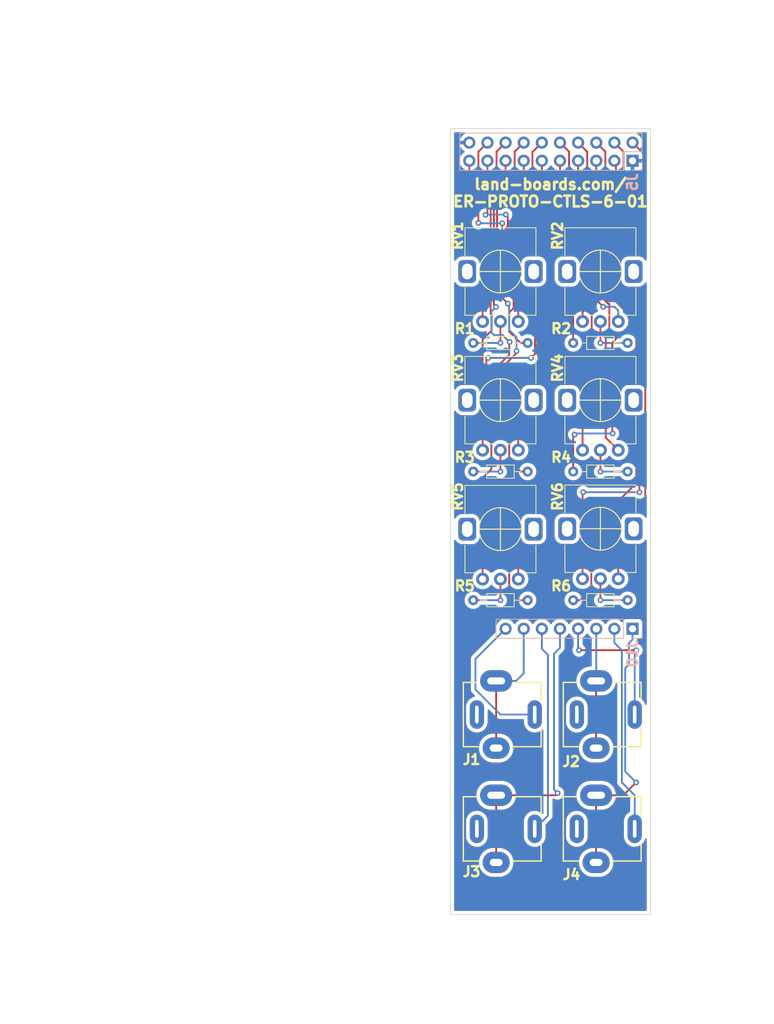
<source format=kicad_pcb>
(kicad_pcb (version 20211014) (generator pcbnew)
  (title_block (title "SYNTH-MIXER6-01") (date "2022-09-30") (rev "1") (company "LAND BOARDS, LLC"))
  (layers (0 "F.Cu" signal) (31 "B.Cu" signal) (34 "B.Paste" user) (35 "F.Paste" user) (36 "B.SilkS" user "B.Silkscreen") (37 "F.SilkS" user "F.Silkscreen") (38 "B.Mask" user) (39 "F.Mask" user) (44 "Edge.Cuts" user))
  (net 0 "")
  (net 1 "/POTCCW_1")
  (net 2 "/POTCW_1")
  (net 3 "/POTCCW_2")
  (net 4 "/POTCW_2")
  (net 5 "/POTW_2")
  (net 6 "/POTW_1")
  (net 7 "/POTCCW_3")
  (net 8 "/POTCW_3")
  (net 9 "/POTCCW_4")
  (net 10 "/POTCW_4")
  (net 11 "/POTCCW_5")
  (net 12 "/POTCW_5")
  (net 13 "/POTW_3")
  (net 14 "/POTW_4")
  (net 15 "/POTW_5")
  (net 16 "Net-(R1-Pad1)")
  (net 17 "Net-(R2-Pad1)")
  (net 18 "Net-(R3-Pad1)")
  (net 19 "Net-(R4-Pad1)")
  (net 20 "Net-(R5-Pad1)")
  (net 25 "/POTCW_6")
  (net 26 "/POTW_6")
  (net 27 "/POTCCW_6")
  (net 28 "Net-(R6-Pad1)")
  (net 29 "/VI0_1S")
  (net 30 "/VI0_1")
  (net 31 "/VI0_2S")
  (net 32 "/VIO_2")
  (net 33 "/VIO_3S")
  (net 34 "/VIO_3")
  (net 35 "/VIO_4S")
  (net 36 "/VIO_4")
  (net 37 "GND")
  (footprint "LandBoards_Conns:RV09ACF" (layer "F.Cu") (at 119.5 47 90)
    (fp_text reference "RV4" (at 4.5 -6 90) (layer "F.SilkS") (effects (font (size 1.397 1.397) (thickness 0.4572))))
    (fp_text value "10K")
    (fp_line (start -6.12 3.37) (end -6.12 4.97) (layer "F.SilkS") (width 0.12))
    (fp_line (start -6.12 -4.97) (end -2.255 -4.97) (layer "F.SilkS") (width 0.12))
    (fp_line (start -6.12 0.871) (end -6.12 1.63) (layer "F.SilkS") (width 0.12))
    (fp_line (start 0 -3) (end 0 3) (layer "F.SilkS") (width 0.15))
    (fp_line (start -6.12 -1.629) (end -6.12 -0.87) (layer "F.SilkS") (width 0.12))
    (fp_line (start 6.12 -4.97) (end 6.12 4.97) (layer "F.SilkS") (width 0.12))
    (fp_line (start -6.12 4.97) (end -2.255 4.97) (layer "F.SilkS") (width 0.12))
    (fp_line (start 2.255 4.97) (end 6.12 4.97) (layer "F.SilkS") (width 0.12))
    (fp_line (start 2.255 -4.97) (end 6.12 -4.97) (layer "F.SilkS") (width 0.12))
    (fp_line (start -6.12 -4.97) (end -6.12 -3.371) (layer "F.SilkS") (width 0.12))
    (fp_line (start -3 0) (end 3 0) (layer "F.SilkS") (width 0.15))
    (fp_circle (center 0 0) (end 3 0) (layer "F.SilkS") (width 0.15) (fill none))
    (pad "" np_thru_hole roundrect (at 0 -4.65 90) (size 3.2 2.5) (drill oval 2.2 1.5) (layers F&B.Cu *.Mask))
    (pad "" np_thru_hole roundrect (at 0 4.65 90) (size 3.2 2.5) (drill oval 2.2 1.5) (layers F&B.Cu *.Mask) (roundrect_rratio 0.2314816))
    (pad "1" thru_hole circle (at -7 2.5 90) (size 1.8 1.8) (drill 1) (layers *.Cu *.Mask) (net 4 "/POTCW_2"))
    (pad "2" thru_hole circle (at -7 0 90) (size 1.8 1.8) (drill 1) (layers *.Cu *.Mask) (net 19 "Net-(R4-Pad1)"))
    (pad "3" thru_hole circle (at -7 -2.5 90) (size 1.8 1.8) (drill 1) (layers *.Cu *.Mask) (net 3 "/POTCCW_2"))
  )
  (footprint "Resistor_THT:R_Axial_DIN0204_L3.6mm_D1.6mm_P7.62mm_Horizontal" (layer "F.Cu") (at 123.31 57 180)
    (fp_text reference "R4" (at 9.31 2) (layer "F.SilkS") (effects (font (size 1.397 1.397) (thickness 0.4572))))
    (fp_text value "100K")
    (fp_line (start 5.73 -0.92) (end 1.89 -0.92) (layer "F.SilkS") (width 0.12))
    (fp_line (start 1.89 0.92) (end 5.73 0.92) (layer "F.SilkS") (width 0.12))
    (fp_line (start 5.73 0.92) (end 5.73 -0.92) (layer "F.SilkS") (width 0.12))
    (fp_line (start 1.89 -0.92) (end 1.89 0.92) (layer "F.SilkS") (width 0.12))
    (fp_line (start 0.94 0) (end 1.89 0) (layer "F.SilkS") (width 0.12))
    (fp_line (start 6.68 0) (end 5.73 0) (layer "F.SilkS") (width 0.12))
    (pad "1" thru_hole circle (at 0 0 180) (size 1.4 1.4) (drill 0.7) (layers *.Cu *.Mask) (net 19 "Net-(R4-Pad1)"))
    (pad "2" thru_hole oval (at 7.62 0 180) (size 1.4 1.4) (drill 0.7) (layers *.Cu *.Mask) (net 5 "/POTW_2"))
  )
  (footprint "LandBoards_Conns:RV09ACF" (layer "F.Cu") (at 119.5 29 90)
    (fp_text reference "RV2" (at 5 -6 90) (layer "F.SilkS") (effects (font (size 1.397 1.397) (thickness 0.4572))))
    (fp_text value "10K")
    (fp_line (start 6.12 -4.97) (end 6.12 4.97) (layer "F.SilkS") (width 0.12))
    (fp_line (start -6.12 3.37) (end -6.12 4.97) (layer "F.SilkS") (width 0.12))
    (fp_line (start 2.255 -4.97) (end 6.12 -4.97) (layer "F.SilkS") (width 0.12))
    (fp_line (start -6.12 -4.97) (end -2.255 -4.97) (layer "F.SilkS") (width 0.12))
    (fp_line (start 0 -3) (end 0 3) (layer "F.SilkS") (width 0.15))
    (fp_line (start -3 0) (end 3 0) (layer "F.SilkS") (width 0.15))
    (fp_line (start -6.12 0.871) (end -6.12 1.63) (layer "F.SilkS") (width 0.12))
    (fp_line (start 2.255 4.97) (end 6.12 4.97) (layer "F.SilkS") (width 0.12))
    (fp_line (start -6.12 -1.629) (end -6.12 -0.87) (layer "F.SilkS") (width 0.12))
    (fp_line (start -6.12 -4.97) (end -6.12 -3.371) (layer "F.SilkS") (width 0.12))
    (fp_line (start -6.12 4.97) (end -2.255 4.97) (layer "F.SilkS") (width 0.12))
    (fp_circle (center 0 0) (end 3 0) (layer "F.SilkS") (width 0.15) (fill none))
    (pad "" np_thru_hole roundrect (at 0 -4.65 90) (size 3.2 2.5) (drill oval 2.2 1.5) (layers F&B.Cu *.Mask))
    (pad "" np_thru_hole roundrect (at 0 4.65 90) (size 3.2 2.5) (drill oval 2.2 1.5) (layers F&B.Cu *.Mask) (roundrect_rratio 0.2314816))
    (pad "1" thru_hole circle (at -7 2.5 90) (size 1.8 1.8) (drill 1) (layers *.Cu *.Mask) (net 8 "/POTCW_3"))
    (pad "2" thru_hole circle (at -7 0 90) (size 1.8 1.8) (drill 1) (layers *.Cu *.Mask) (net 17 "Net-(R2-Pad1)"))
    (pad "3" thru_hole circle (at -7 -2.5 90) (size 1.8 1.8) (drill 1) (layers *.Cu *.Mask) (net 7 "/POTCCW_3"))
  )
  (footprint "LandBoards_Conns:RV09ACF" (layer "F.Cu") (at 105.5 65.05 90)
    (fp_text reference "RV5" (at 4.55 -6 90) (layer "F.SilkS") (effects (font (size 1.397 1.397) (thickness 0.4572))))
    (fp_text value "10K")
    (fp_line (start -6.12 4.97) (end -2.255 4.97) (layer "F.SilkS") (width 0.12))
    (fp_line (start 6.12 -4.97) (end 6.12 4.97) (layer "F.SilkS") (width 0.12))
    (fp_line (start -6.12 -4.97) (end -6.12 -3.371) (layer "F.SilkS") (width 0.12))
    (fp_line (start -6.12 -1.629) (end -6.12 -0.87) (layer "F.SilkS") (width 0.12))
    (fp_line (start -6.12 3.37) (end -6.12 4.97) (layer "F.SilkS") (width 0.12))
    (fp_line (start -6.12 0.871) (end -6.12 1.63) (layer "F.SilkS") (width 0.12))
    (fp_line (start 2.255 -4.97) (end 6.12 -4.97) (layer "F.SilkS") (width 0.12))
    (fp_line (start 2.255 4.97) (end 6.12 4.97) (layer "F.SilkS") (width 0.12))
    (fp_line (start -6.12 -4.97) (end -2.255 -4.97) (layer "F.SilkS") (width 0.12))
    (fp_line (start 0 -3) (end 0 3) (layer "F.SilkS") (width 0.15))
    (fp_line (start -3 0) (end 3 0) (layer "F.SilkS") (width 0.15))
    (fp_circle (center 0 0) (end 3 0) (layer "F.SilkS") (width 0.15) (fill none))
    (pad "" np_thru_hole roundrect (at 0 4.65 90) (size 3.2 2.5) (drill oval 2.2 1.5) (layers F&B.Cu *.Mask) (roundrect_rratio 0.2314816))
    (pad "" np_thru_hole roundrect (at 0 -4.65 90) (size 3.2 2.5) (drill oval 2.2 1.5) (layers F&B.Cu *.Mask))
    (pad "1" thru_hole circle (at -7 2.5 90) (size 1.8 1.8) (drill 1) (layers *.Cu *.Mask) (net 10 "/POTCW_4"))
    (pad "2" thru_hole circle (at -7 0 90) (size 1.8 1.8) (drill 1) (layers *.Cu *.Mask) (net 20 "Net-(R5-Pad1)"))
    (pad "3" thru_hole circle (at -7 -2.5 90) (size 1.8 1.8) (drill 1) (layers *.Cu *.Mask) (net 9 "/POTCCW_4"))
  )
  (footprint "AudioJacks:Jack_3.5mm_QingPu_WQP-PJ301BM_Vertical" (layer "F.Cu") (at 119.5 107 -90)
    (fp_text reference "J4" (at 6.4 4.05 180) (layer "F.SilkS") (effects (font (size 1.397 1.397) (thickness 0.4572))))
    (fp_text value "PJ-301BM")
    (fp_line (start 4.5 -5.7) (end 2 -5.7) (layer "F.SilkS") (width 0.2))
    (fp_line (start -4.5 5.2) (end -4.5 3.3) (layer "F.SilkS") (width 0.2))
    (fp_line (start -4.5 -5.7) (end -2 -5.7) (layer "F.SilkS") (width 0.2))
    (fp_line (start 4.5 -5.7) (end 4.5 -1.7) (layer "F.SilkS") (width 0.2))
    (fp_line (start -4.5 -5.7) (end -4.5 -2.1) (layer "F.SilkS") (width 0.2))
    (fp_line (start 4.5 5.2) (end 4.5 2.9) (layer "F.SilkS") (width 0.2))
    (fp_line (start -4.5 5.2) (end 4.5 5.2) (layer "F.SilkS") (width 0.2))
    (pad "S" thru_hole oval locked (at -4.7 0.6) (size 4.5 3) (drill oval 2.5 1) (layers *.Cu *.Mask) (net 35 "/VIO_4S"))
    (pad "S" thru_hole oval locked (at 4.7 0.6) (size 3.8 3) (drill oval 1.8 1) (layers *.Cu *.Mask) (net 35 "/VIO_4S"))
    (pad "T" thru_hole oval locked (at 0 -4.8 270) (size 4 2) (drill oval 2.5 0.5) (layers *.Cu *.Mask) (net 36 "/VIO_4"))
    (pad "TN" thru_hole oval locked (at 0 3.3 270) (size 4 2) (drill oval 2.5 0.5) (layers *.Cu *.Mask))
  )
  (footprint "LandBoards_Conns:RV09ACF" (layer "F.Cu") (at 119.5 65 90)
    (fp_text reference "RV6" (at 4.5 -6 90) (layer "F.SilkS") (effects (font (size 1.397 1.397) (thickness 0.4572))))
    (fp_text value "10K")
    (fp_line (start 6.12 -4.97) (end 6.12 4.97) (layer "F.SilkS") (width 0.12))
    (fp_line (start 0 -3) (end 0 3) (layer "F.SilkS") (width 0.15))
    (fp_line (start 2.255 4.97) (end 6.12 4.97) (layer "F.SilkS") (width 0.12))
    (fp_line (start -6.12 0.871) (end -6.12 1.63) (layer "F.SilkS") (width 0.12))
    (fp_line (start -6.12 -4.97) (end -2.255 -4.97) (layer "F.SilkS") (width 0.12))
    (fp_line (start -6.12 -4.97) (end -6.12 -3.371) (layer "F.SilkS") (width 0.12))
    (fp_line (start -6.12 3.37) (end -6.12 4.97) (layer "F.SilkS") (width 0.12))
    (fp_line (start 2.255 -4.97) (end 6.12 -4.97) (layer "F.SilkS") (width 0.12))
    (fp_line (start -3 0) (end 3 0) (layer "F.SilkS") (width 0.15))
    (fp_line (start -6.12 -1.629) (end -6.12 -0.87) (layer "F.SilkS") (width 0.12))
    (fp_line (start -6.12 4.97) (end -2.255 4.97) (layer "F.SilkS") (width 0.12))
    (fp_circle (center 0 0) (end 3 0) (layer "F.SilkS") (width 0.15) (fill none))
    (pad "" np_thru_hole roundrect (at 0 4.65 90) (size 3.2 2.5) (drill oval 2.2 1.5) (layers F&B.Cu *.Mask) (roundrect_rratio 0.2314816))
    (pad "" np_thru_hole roundrect (at 0 -4.65 90) (size 3.2 2.5) (drill oval 2.2 1.5) (layers F&B.Cu *.Mask))
    (pad "1" thru_hole circle (at -7 2.5 90) (size 1.8 1.8) (drill 1) (layers *.Cu *.Mask) (net 2 "/POTCW_1"))
    (pad "2" thru_hole circle (at -7 0 90) (size 1.8 1.8) (drill 1) (layers *.Cu *.Mask) (net 28 "Net-(R6-Pad1)"))
    (pad "3" thru_hole circle (at -7 -2.5 90) (size 1.8 1.8) (drill 1) (layers *.Cu *.Mask) (net 1 "/POTCCW_1"))
  )
  (footprint "Resistor_THT:R_Axial_DIN0204_L3.6mm_D1.6mm_P7.62mm_Horizontal" (layer "F.Cu") (at 123.31 75 180)
    (fp_text reference "R6" (at 9.31 2) (layer "F.SilkS") (effects (font (size 1.397 1.397) (thickness 0.4572))))
    (fp_text value "100K")
    (fp_line (start 5.73 0.92) (end 5.73 -0.92) (layer "F.SilkS") (width 0.12))
    (fp_line (start 1.89 0.92) (end 5.73 0.92) (layer "F.SilkS") (width 0.12))
    (fp_line (start 0.94 0) (end 1.89 0) (layer "F.SilkS") (width 0.12))
    (fp_line (start 6.68 0) (end 5.73 0) (layer "F.SilkS") (width 0.12))
    (fp_line (start 5.73 -0.92) (end 1.89 -0.92) (layer "F.SilkS") (width 0.12))
    (fp_line (start 1.89 -0.92) (end 1.89 0.92) (layer "F.SilkS") (width 0.12))
    (pad "1" thru_hole circle (at 0 0 180) (size 1.4 1.4) (drill 0.7) (layers *.Cu *.Mask) (net 28 "Net-(R6-Pad1)"))
    (pad "2" thru_hole oval (at 7.62 0 180) (size 1.4 1.4) (drill 0.7) (layers *.Cu *.Mask) (net 6 "/POTW_1"))
  )
  (footprint "Resistor_THT:R_Axial_DIN0204_L3.6mm_D1.6mm_P7.62mm_Horizontal" (layer "F.Cu") (at 101.69 75)
    (fp_text reference "R5" (at -1.19 -2) (layer "F.SilkS") (effects (font (size 1.397 1.397) (thickness 0.4572))))
    (fp_text value "100K")
    (fp_line (start 5.73 0.92) (end 5.73 -0.92) (layer "F.SilkS") (width 0.12))
    (fp_line (start 5.73 -0.92) (end 1.89 -0.92) (layer "F.SilkS") (width 0.12))
    (fp_line (start 0.94 0) (end 1.89 0) (layer "F.SilkS") (width 0.12))
    (fp_line (start 1.89 -0.92) (end 1.89 0.92) (layer "F.SilkS") (width 0.12))
    (fp_line (start 6.68 0) (end 5.73 0) (layer "F.SilkS") (width 0.12))
    (fp_line (start 1.89 0.92) (end 5.73 0.92) (layer "F.SilkS") (width 0.12))
    (pad "1" thru_hole circle (at 0 0) (size 1.4 1.4) (drill 0.7) (layers *.Cu *.Mask) (net 20 "Net-(R5-Pad1)"))
    (pad "2" thru_hole oval (at 7.62 0) (size 1.4 1.4) (drill 0.7) (layers *.Cu *.Mask) (net 14 "/POTW_4"))
  )
  (footprint "AudioJacks:Jack_3.5mm_QingPu_WQP-PJ301BM_Vertical" (layer "F.Cu") (at 105.5 91 -90)
    (fp_text reference "J1" (at 6.298 4.05 180) (layer "F.SilkS") (effects (font (size 1.397 1.397) (thickness 0.4572))))
    (fp_text value "PJ-301BM")
    (fp_line (start 4.5 -5.7) (end 2 -5.7) (layer "F.SilkS") (width 0.2))
    (fp_line (start -4.5 -5.7) (end -2 -5.7) (layer "F.SilkS") (width 0.2))
    (fp_line (start -4.5 5.2) (end 4.5 5.2) (layer "F.SilkS") (width 0.2))
    (fp_line (start 4.5 5.2) (end 4.5 2.9) (layer "F.SilkS") (width 0.2))
    (fp_line (start 4.5 -5.7) (end 4.5 -1.7) (layer "F.SilkS") (width 0.2))
    (fp_line (start -4.5 5.2) (end -4.5 3.3) (layer "F.SilkS") (width 0.2))
    (fp_line (start -4.5 -5.7) (end -4.5 -2.1) (layer "F.SilkS") (width 0.2))
    (pad "S" thru_hole oval locked (at -4.7 0.6) (size 4.5 3) (drill oval 2.5 1) (layers *.Cu *.Mask) (net 29 "/VI0_1S"))
    (pad "S" thru_hole oval locked (at 4.7 0.6) (size 3.8 3) (drill oval 1.8 1) (layers *.Cu *.Mask) (net 29 "/VI0_1S"))
    (pad "T" thru_hole oval locked (at 0 -4.8 270) (size 4 2) (drill oval 2.5 0.5) (layers *.Cu *.Mask) (net 30 "/VI0_1"))
    (pad "TN" thru_hole oval locked (at 0 3.3 270) (size 4 2) (drill oval 2.5 0.5) (layers *.Cu *.Mask))
  )
  (footprint "Resistor_THT:R_Axial_DIN0204_L3.6mm_D1.6mm_P7.62mm_Horizontal" (layer "F.Cu") (at 101.69 57)
    (fp_text reference "R3" (at -1.19 -2) (layer "F.SilkS") (effects (font (size 1.397 1.397) (thickness 0.4572))))
    (fp_text value "100K")
    (fp_line (start 1.89 -0.92) (end 1.89 0.92) (layer "F.SilkS") (width 0.12))
    (fp_line (start 1.89 0.92) (end 5.73 0.92) (layer "F.SilkS") (width 0.12))
    (fp_line (start 0.94 0) (end 1.89 0) (layer "F.SilkS") (width 0.12))
    (fp_line (start 5.73 0.92) (end 5.73 -0.92) (layer "F.SilkS") (width 0.12))
    (fp_line (start 5.73 -0.92) (end 1.89 -0.92) (layer "F.SilkS") (width 0.12))
    (fp_line (start 6.68 0) (end 5.73 0) (layer "F.SilkS") (width 0.12))
    (pad "1" thru_hole circle (at 0 0) (size 1.4 1.4) (drill 0.7) (layers *.Cu *.Mask) (net 18 "Net-(R3-Pad1)"))
    (pad "2" thru_hole oval (at 7.62 0) (size 1.4 1.4) (drill 0.7) (layers *.Cu *.Mask) (net 15 "/POTW_5"))
  )
  (footprint "AudioJacks:Jack_3.5mm_QingPu_WQP-PJ301BM_Vertical" (layer "F.Cu") (at 105.5 107 -90)
    (fp_text reference "J3" (at 6 4.05 180) (layer "F.SilkS") (effects (font (size 1.397 1.397) (thickness 0.4572))))
    (fp_text value "PJ-301BM")
    (fp_line (start -4.5 5.2) (end 4.5 5.2) (layer "F.SilkS") (width 0.2))
    (fp_line (start 4.5 5.2) (end 4.5 2.9) (layer "F.SilkS") (width 0.2))
    (fp_line (start -4.5 5.2) (end -4.5 3.3) (layer "F.SilkS") (width 0.2))
    (fp_line (start -4.5 -5.7) (end -2 -5.7) (layer "F.SilkS") (width 0.2))
    (fp_line (start -4.5 -5.7) (end -4.5 -2.1) (layer "F.SilkS") (width 0.2))
    (fp_line (start 4.5 -5.7) (end 4.5 -1.7) (layer "F.SilkS") (width 0.2))
    (fp_line (start 4.5 -5.7) (end 2 -5.7) (layer "F.SilkS") (width 0.2))
    (pad "S" thru_hole oval locked (at -4.7 0.6) (size 4.5 3) (drill oval 2.5 1) (layers *.Cu *.Mask) (net 33 "/VIO_3S"))
    (pad "S" thru_hole oval locked (at 4.7 0.6) (size 3.8 3) (drill oval 1.8 1) (layers *.Cu *.Mask) (net 33 "/VIO_3S"))
    (pad "T" thru_hole oval locked (at 0 -4.8 270) (size 4 2) (drill oval 2.5 0.5) (layers *.Cu *.Mask) (net 34 "/VIO_3"))
    (pad "TN" thru_hole oval locked (at 0 3.3 270) (size 4 2) (drill oval 2.5 0.5) (layers *.Cu *.Mask))
  )
  (footprint "LandBoards_Conns:RV09ACF" (layer "F.Cu") (at 105.5 29 90)
    (fp_text reference "RV1" (at 5 -6 90) (layer "F.SilkS") (effects (font (size 1.397 1.397) (thickness 0.4572))))
    (fp_text value "10K")
    (fp_line (start 2.255 -4.97) (end 6.12 -4.97) (layer "F.SilkS") (width 0.12))
    (fp_line (start 6.12 -4.97) (end 6.12 4.97) (layer "F.SilkS") (width 0.12))
    (fp_line (start -6.12 4.97) (end -2.255 4.97) (layer "F.SilkS") (width 0.12))
    (fp_line (start -6.12 -4.97) (end -2.255 -4.97) (layer "F.SilkS") (width 0.12))
    (fp_line (start 2.255 4.97) (end 6.12 4.97) (layer "F.SilkS") (width 0.12))
    (fp_line (start -3 0) (end 3 0) (layer "F.SilkS") (width 0.15))
    (fp_line (start -6.12 0.871) (end -6.12 1.63) (layer "F.SilkS") (width 0.12))
    (fp_line (start -6.12 3.37) (end -6.12 4.97) (layer "F.SilkS") (width 0.12))
    (fp_line (start -6.12 -4.97) (end -6.12 -3.371) (layer "F.SilkS") (width 0.12))
    (fp_line (start 0 -3) (end 0 3) (layer "F.SilkS") (width 0.15))
    (fp_line (start -6.12 -1.629) (end -6.12 -0.87) (layer "F.SilkS") (width 0.12))
    (fp_circle (center 0 0) (end 3 0) (layer "F.SilkS") (width 0.15) (fill none))
    (pad "" np_thru_hole roundrect (at 0 4.65 90) (size 3.2 2.5) (drill oval 2.2 1.5) (layers F&B.Cu *.Mask) (roundrect_rratio 0.2314816))
    (pad "" np_thru_hole roundrect (at 0 -4.65 90) (size 3.2 2.5) (drill oval 2.2 1.5) (layers F&B.Cu *.Mask))
    (pad "1" thru_hole circle (at -7 2.5 90) (size 1.8 1.8) (drill 1) (layers *.Cu *.Mask) (net 25 "/POTCW_6"))
    (pad "2" thru_hole circle (at -7 0 90) (size 1.8 1.8) (drill 1) (layers *.Cu *.Mask) (net 16 "Net-(R1-Pad1)"))
    (pad "3" thru_hole circle (at -7 -2.5 90) (size 1.8 1.8) (drill 1) (layers *.Cu *.Mask) (net 27 "/POTCCW_6"))
  )
  (footprint "Resistor_THT:R_Axial_DIN0204_L3.6mm_D1.6mm_P7.62mm_Horizontal" (layer "F.Cu") (at 101.69 39)
    (fp_text reference "R1" (at -1.19 -2) (layer "F.SilkS") (effects (font (size 1.397 1.397) (thickness 0.4572))))
    (fp_text value "100K")
    (fp_line (start 0.94 0) (end 1.89 0) (layer "F.SilkS") (width 0.12))
    (fp_line (start 6.68 0) (end 5.73 0) (layer "F.SilkS") (width 0.12))
    (fp_line (start 1.89 -0.92) (end 1.89 0.92) (layer "F.SilkS") (width 0.12))
    (fp_line (start 1.89 0.92) (end 5.73 0.92) (layer "F.SilkS") (width 0.12))
    (fp_line (start 5.73 -0.92) (end 1.89 -0.92) (layer "F.SilkS") (width 0.12))
    (fp_line (start 5.73 0.92) (end 5.73 -0.92) (layer "F.SilkS") (width 0.12))
    (pad "1" thru_hole circle (at 0 0) (size 1.4 1.4) (drill 0.7) (layers *.Cu *.Mask) (net 16 "Net-(R1-Pad1)"))
    (pad "2" thru_hole oval (at 7.62 0) (size 1.4 1.4) (drill 0.7) (layers *.Cu *.Mask) (net 26 "/POTW_6"))
  )
  (footprint "LandBoards_Conns:RV09ACF" (layer "F.Cu") (at 105.5 47 90)
    (fp_text reference "RV3" (at 4.5 -6 90) (layer "F.SilkS") (effects (font (size 1.397 1.397) (thickness 0.4572))))
    (fp_text value "10K")
    (fp_line (start 2.255 4.97) (end 6.12 4.97) (layer "F.SilkS") (width 0.12))
    (fp_line (start -6.12 -4.97) (end -2.255 -4.97) (layer "F.SilkS") (width 0.12))
    (fp_line (start -6.12 -1.629) (end -6.12 -0.87) (layer "F.SilkS") (width 0.12))
    (fp_line (start 0 -3) (end 0 3) (layer "F.SilkS") (width 0.15))
    (fp_line (start -3 0) (end 3 0) (layer "F.SilkS") (width 0.15))
    (fp_line (start 6.12 -4.97) (end 6.12 4.97) (layer "F.SilkS") (width 0.12))
    (fp_line (start -6.12 -4.97) (end -6.12 -3.371) (layer "F.SilkS") (width 0.12))
    (fp_line (start -6.12 0.871) (end -6.12 1.63) (layer "F.SilkS") (width 0.12))
    (fp_line (start 2.255 -4.97) (end 6.12 -4.97) (layer "F.SilkS") (width 0.12))
    (fp_line (start -6.12 4.97) (end -2.255 4.97) (layer "F.SilkS") (width 0.12))
    (fp_line (start -6.12 3.37) (end -6.12 4.97) (layer "F.SilkS") (width 0.12))
    (fp_circle (center 0 0) (end 3 0) (layer "F.SilkS") (width 0.15) (fill none))
    (pad "" np_thru_hole roundrect (at 0 4.65 90) (size 3.2 2.5) (drill oval 2.2 1.5) (layers F&B.Cu *.Mask) (roundrect_rratio 0.2314816))
    (pad "" np_thru_hole roundrect (at 0 -4.65 90) (size 3.2 2.5) (drill oval 2.2 1.5) (layers F&B.Cu *.Mask))
    (pad "1" thru_hole circle (at -7 2.5 90) (size 1.8 1.8) (drill 1) (layers *.Cu *.Mask) (net 12 "/POTCW_5"))
    (pad "2" thru_hole circle (at -7 0 90) (size 1.8 1.8) (drill 1) (layers *.Cu *.Mask) (net 18 "Net-(R3-Pad1)"))
    (pad "3" thru_hole circle (at -7 -2.5 90) (size 1.8 1.8) (drill 1) (layers *.Cu *.Mask) (net 11 "/POTCCW_5"))
  )
  (footprint "Resistor_THT:R_Axial_DIN0204_L3.6mm_D1.6mm_P7.62mm_Horizontal" (layer "F.Cu") (at 123.31 39 180)
    (fp_text reference "R2" (at 9.31 2) (layer "F.SilkS") (effects (font (size 1.397 1.397) (thickness 0.4572))))
    (fp_text value "100K")
    (fp_line (start 0.94 0) (end 1.89 0) (layer "F.SilkS") (width 0.12))
    (fp_line (start 6.68 0) (end 5.73 0) (layer "F.SilkS") (width 0.12))
    (fp_line (start 5.73 0.92) (end 5.73 -0.92) (layer "F.SilkS") (width 0.12))
    (fp_line (start 1.89 0.92) (end 5.73 0.92) (layer "F.SilkS") (width 0.12))
    (fp_line (start 1.89 -0.92) (end 1.89 0.92) (layer "F.SilkS") (width 0.12))
    (fp_line (start 5.73 -0.92) (end 1.89 -0.92) (layer "F.SilkS") (width 0.12))
    (pad "1" thru_hole circle (at 0 0 180) (size 1.4 1.4) (drill 0.7) (layers *.Cu *.Mask) (net 17 "Net-(R2-Pad1)"))
    (pad "2" thru_hole oval (at 7.62 0 180) (size 1.4 1.4) (drill 0.7) (layers *.Cu *.Mask) (net 13 "/POTW_3"))
  )
  (footprint "AudioJacks:Jack_3.5mm_QingPu_WQP-PJ301BM_Vertical" (layer "F.Cu") (at 119.5 91 -90)
    (fp_text reference "J2" (at 6.586 4.1 180) (layer "F.SilkS") (effects (font (size 1.397 1.397) (thickness 0.4572))))
    (fp_text value "PJ-301BM")
    (fp_line (start 4.5 -5.7) (end 4.5 -1.7) (layer "F.SilkS") (width 0.2))
    (fp_line (start 4.5 -5.7) (end 2 -5.7) (layer "F.SilkS") (width 0.2))
    (fp_line (start -4.5 -5.7) (end -4.5 -2.1) (layer "F.SilkS") (width 0.2))
    (fp_line (start -4.5 -5.7) (end -2 -5.7) (layer "F.SilkS") (width 0.2))
    (fp_line (start -4.5 5.2) (end 4.5 5.2) (layer "F.SilkS") (width 0.2))
    (fp_line (start -4.5 5.2) (end -4.5 3.3) (layer "F.SilkS") (width 0.2))
    (fp_line (start 4.5 5.2) (end 4.5 2.9) (layer "F.SilkS") (width 0.2))
    (pad "S" thru_hole oval locked (at 4.7 0.6) (size 3.8 3) (drill oval 1.8 1) (layers *.Cu *.Mask) (net 31 "/VI0_2S"))
    (pad "S" thru_hole oval locked (at -4.7 0.6) (size 4.5 3) (drill oval 2.5 1) (layers *.Cu *.Mask) (net 31 "/VI0_2S"))
    (pad "T" thru_hole oval locked (at 0 -4.8 270) (size 4 2) (drill oval 2.5 0.5) (layers *.Cu *.Mask) (net 32 "/VIO_2"))
    (pad "TN" thru_hole oval locked (at 0 3.3 270) (size 4 2) (drill oval 2.5 0.5) (layers *.Cu *.Mask))
  )
  (footprint "Connector_PinHeader_2.54mm:PinHeader_2x10_P2.54mm_Vertical" (layer "B.Cu") (at 124 13.5 90)
    (fp_text reference "J5" (at -3 0 90) (layer "B.SilkS") (effects (font (size 1.397 1.397) (thickness 0.4572)) (justify mirror)))
    (fp_text value "HEADER, 2X10")
    (fp_line (start -1.33 -1.27) (end -1.33 -24.19) (layer "B.SilkS") (width 0.12))
    (fp_line (start -1.33 -24.19) (end 3.87 -24.19) (layer "B.SilkS") (width 0.12))
    (fp_line (start -1.33 -1.27) (end 1.27 -1.27) (layer "B.SilkS") (width 0.12))
    (fp_line (start 1.27 -1.27) (end 1.27 1.33) (layer "B.SilkS") (width 0.12))
    (fp_line (start 1.27 1.33) (end 3.87 1.33) (layer "B.SilkS") (width 0.12))
    (fp_line (start -1.33 1.33) (end 0 1.33) (layer "B.SilkS") (width 0.12))
    (fp_line (start 3.87 1.33) (end 3.87 -24.19) (layer "B.SilkS") (width 0.12))
    (fp_line (start -1.33 0) (end -1.33 1.33) (layer "B.SilkS") (width 0.12))
    (pad "1" thru_hole rect (at 0 0 90) (size 1.7 1.7) (drill 1) (layers *.Cu *.Mask) (net 37 "GND"))
    (pad "2" thru_hole oval (at 2.54 0 90) (size 1.7 1.7) (drill 1) (layers *.Cu *.Mask) (net 2 "/POTCW_1"))
    (pad "3" thru_hole oval (at 0 -2.54 90) (size 1.7 1.7) (drill 1) (layers *.Cu *.Mask) (net 6 "/POTW_1"))
    (pad "4" thru_hole oval (at 2.54 -2.54 90) (size 1.7 1.7) (drill 1) (layers *.Cu *.Mask) (net 1 "/POTCCW_1"))
    (pad "5" thru_hole oval (at 0 -5.08 90) (size 1.7 1.7) (drill 1) (layers *.Cu *.Mask) (net 4 "/POTCW_2"))
    (pad "6" thru_hole oval (at 2.54 -5.08 90) (size 1.7 1.7) (drill 1) (layers *.Cu *.Mask) (net 5 "/POTW_2"))
    (pad "7" thru_hole oval (at 0 -7.62 90) (size 1.7 1.7) (drill 1) (layers *.Cu *.Mask) (net 3 "/POTCCW_2"))
    (pad "8" thru_hole oval (at 2.54 -7.62 90) (size 1.7 1.7) (drill 1) (layers *.Cu *.Mask) (net 8 "/POTCW_3"))
    (pad "9" thru_hole oval (at 0 -10.16 90) (size 1.7 1.7) (drill 1) (layers *.Cu *.Mask) (net 13 "/POTW_3"))
    (pad "10" thru_hole oval (at 2.54 -10.16 90) (size 1.7 1.7) (drill 1) (layers *.Cu *.Mask) (net 7 "/POTCCW_3"))
    (pad "11" thru_hole oval (at 0 -12.7 90) (size 1.7 1.7) (drill 1) (layers *.Cu *.Mask) (net 10 "/POTCW_4"))
    (pad "12" thru_hole oval (at 2.54 -12.7 90) (size 1.7 1.7) (drill 1) (layers *.Cu *.Mask) (net 14 "/POTW_4"))
    (pad "13" thru_hole oval (at 0 -15.24 90) (size 1.7 1.7) (drill 1) (layers *.Cu *.Mask) (net 9 "/POTCCW_4"))
    (pad "14" thru_hole oval (at 2.54 -15.24 90) (size 1.7 1.7) (drill 1) (layers *.Cu *.Mask) (net 12 "/POTCW_5"))
    (pad "15" thru_hole oval (at 0 -17.78 90) (size 1.7 1.7) (drill 1) (layers *.Cu *.Mask) (net 15 "/POTW_5"))
    (pad "16" thru_hole oval (at 2.54 -17.78 90) (size 1.7 1.7) (drill 1) (layers *.Cu *.Mask) (net 11 "/POTCCW_5"))
    (pad "17" thru_hole oval (at 0 -20.32 90) (size 1.7 1.7) (drill 1) (layers *.Cu *.Mask) (net 25 "/POTCW_6"))
    (pad "18" thru_hole oval (at 2.54 -20.32 90) (size 1.7 1.7) (drill 1) (layers *.Cu *.Mask) (net 26 "/POTW_6"))
    (pad "19" thru_hole oval (at 0 -22.86 90) (size 1.7 1.7) (drill 1) (layers *.Cu *.Mask) (net 27 "/POTCCW_6"))
    (pad "20" thru_hole oval (at 2.54 -22.86 90) (size 1.7 1.7) (drill 1) (layers *.Cu *.Mask) (net 37 "GND"))
  )
  (footprint "Connector_PinHeader_2.54mm:PinHeader_1x08_P2.54mm_Vertical" (layer "B.Cu") (at 124 79 90)
    (fp_text reference "J10" (at -3.5 0 90) (layer "B.SilkS") (effects (font (size 1.397 1.397) (thickness 0.4572)) (justify mirror)))
    (fp_text value "Conn_01x08")
    (fp_line (start -1.33 -1.27) (end 1.33 -1.27) (layer "B.SilkS") (width 0.12))
    (fp_line (start -1.33 -1.27) (end -1.33 -19.11) (layer "B.SilkS") (width 0.12))
    (fp_line (start 1.33 -1.27) (end 1.33 -19.11) (layer "B.SilkS") (width 0.12))
    (fp_line (start -1.33 -19.11) (end 1.33 -19.11) (layer "B.SilkS") (width 0.12))
    (fp_line (start -1.33 1.33) (end 0 1.33) (layer "B.SilkS") (width 0.12))
    (fp_line (start -1.33 0) (end -1.33 1.33) (layer "B.SilkS") (width 0.12))
    (pad "1" thru_hole rect (at 0 0 90) (size 1.7 1.7) (drill 1) (layers *.Cu *.Mask) (net 35 "/VIO_4S"))
    (pad "2" thru_hole oval (at 0 -2.54 90) (size 1.7 1.7) (drill 1) (layers *.Cu *.Mask) (net 36 "/VIO_4"))
    (pad "3" thru_hole oval (at 0 -5.08 90) (size 1.7 1.7) (drill 1) (layers *.Cu *.Mask) (net 31 "/VI0_2S"))
    (pad "4" thru_hole oval (at 0 -7.62 90) (size 1.7 1.7) (drill 1) (layers *.Cu *.Mask) (net 32 "/VIO_2"))
    (pad "5" thru_hole oval (at 0 -10.16 90) (size 1.7 1.7) (drill 1) (layers *.Cu *.Mask) (net 33 "/VIO_3S"))
    (pad "6" thru_hole oval (at 0 -12.7 90) (size 1.7 1.7) (drill 1) (layers *.Cu *.Mask) (net 34 "/VIO_3"))
    (pad "7" thru_hole oval (at 0 -15.24 90) (size 1.7 1.7) (drill 1) (layers *.Cu *.Mask) (net 29 "/VI0_1S"))
    (pad "8" thru_hole oval (at 0 -17.78 90) (size 1.7 1.7) (drill 1) (layers *.Cu *.Mask) (net 30 "/VI0_1"))
  )
  (gr_rect (start 98.5 9.000004) (end 126.5 119.000004) (layer "Edge.Cuts") (width 0.1) (fill none))
  (gr_text "land-boards.com/\nER-PROTO-CTLS-6-01" (at 112.5 18) (layer "F.SilkS") (effects (font (size 1.5 1.5) (thickness 0.375))))
  (segment (start 117 59.9872) (end 117 72) (width 0.25) (layer "F.Cu") (net 1))
  (segment (start 124.6632 51.9684) (end 122.0724 49.3776) (width 0.25) (layer "F.Cu") (net 1))
  (segment (start 124.968 51.9684) (end 124.6632 51.9684) (width 0.25) (layer "F.Cu") (net 1))
  (segment (start 124.968 59.8932) (end 124.968 51.9684) (width 0.25) (layer "F.Cu") (net 1))
  (segment (start 122.0724 49.3776) (end 122.0724 45.3136) (width 0.25) (layer "F.Cu") (net 1))
  (segment (start 124.968 42.418) (end 124.968 34.975082) (width 0.25) (layer "F.Cu") (net 1))
  (segment (start 122.7328 22.2504) (end 122.7328 12.2328) (width 0.25) (layer "F.Cu") (net 1))
  (segment (start 121.6406 31.647682) (end 121.6406 23.3426) (width 0.25) (layer "F.Cu") (net 1))
  (segment (start 122.0724 45.3136) (end 124.968 42.418) (width 0.25) (layer "F.Cu") (net 1))
  (segment (start 124.968 34.975082) (end 121.6406 31.647682) (width 0.25) (layer "F.Cu") (net 1))
  (segment (start 122.7328 12.2328) (end 121.46 10.96) (width 0.25) (layer "F.Cu") (net 1))
  (segment (start 117.094 59.8932) (end 117 59.9872) (width 0.25) (layer "F.Cu") (net 1))
  (segment (start 121.6406 23.3426) (end 122.7328 22.2504) (width 0.25) (layer "F.Cu") (net 1))
  (via (at 124.968 59.8932) (size 0.8) (drill 0.4) (layers "F.Cu" "B.Cu") (net 1))
  (via (at 117.094 59.8932) (size 0.8) (drill 0.4) (layers "F.Cu" "B.Cu") (net 1))
  (segment (start 124.968 59.8932) (end 117.094 59.8932) (width 0.25) (layer "B.Cu") (net 1))
  (segment (start 125.7808 23.5204) (end 125.7808 12.7408) (width 0.25) (layer "F.Cu") (net 2))
  (segment (start 125.7808 12.7408) (end 124 10.96) (width 0.25) (layer "F.Cu") (net 2))
  (segment (start 122.9868 62.1792) (end 124.3076 62.1792) (width 0.25) (layer "F.Cu") (net 2))
  (segment (start 122.1486 31.3436) (end 122.1486 27.1526) (width 0.25) (layer "F.Cu") (net 2))
  (segment (start 125.7808 60.706) (end 125.7808 34.9758) (width 0.25) (layer "F.Cu") (net 2))
  (segment (start 124.3076 62.1792) (end 125.7808 60.706) (width 0.25) (layer "F.Cu") (net 2))
  (segment (start 122 72) (end 122 63.166) (width 0.25) (layer "F.Cu") (net 2))
  (segment (start 125.7808 34.9758) (end 122.1486 31.3436) (width 0.25) (layer "F.Cu") (net 2))
  (segment (start 122.1486 27.1526) (end 125.7808 23.5204) (width 0.25) (layer "F.Cu") (net 2))
  (segment (start 122 63.166) (end 122.9868 62.1792) (width 0.25) (layer "F.Cu") (net 2))
  (segment (start 117 41.5976) (end 118.275489 40.322111) (width 0.25) (layer "F.Cu") (net 3))
  (segment (start 117 54) (end 117 41.5976) (width 0.25) (layer "F.Cu") (net 3))
  (segment (start 118.275489 26.047311) (end 118.275489 40.322111) (width 0.25) (layer "F.Cu") (net 3))
  (segment (start 116.38 24.151822) (end 118.275489 26.047311) (width 0.25) (layer "F.Cu") (net 3))
  (segment (start 116.38 13.5) (end 116.38 24.151822) (width 0.25) (layer "F.Cu") (net 3))
  (segment (start 119.3292 32.258) (end 119.3292 21.336) (width 0.25) (layer "F.Cu") (net 4))
  (segment (start 120.2436 52.2436) (end 120.2436 38.1) (width 0.25) (layer "F.Cu") (net 4))
  (segment (start 119.3292 21.336) (end 118.92 20.9268) (width 0.25) (layer "F.Cu") (net 4))
  (segment (start 118.92 20.9268) (end 118.92 13.5) (width 0.25) (layer "F.Cu") (net 4))
  (segment (start 120.2436 38.1) (end 120.7516 37.592) (width 0.25) (layer "F.Cu") (net 4))
  (segment (start 120.5992 33.528) (end 119.3292 32.258) (width 0.25) (layer "F.Cu") (net 4))
  (segment (start 120.7516 37.592) (end 120.7516 33.528) (width 0.25) (layer "F.Cu") (net 4))
  (segment (start 122 54) (end 120.2436 52.2436) (width 0.25) (layer "F.Cu") (net 4))
  (segment (start 120.7516 33.528) (end 120.5992 33.528) (width 0.25) (layer "F.Cu") (net 4))
  (segment (start 120.1928 31.75) (end 123.6472 35.2044) (width 0.25) (layer "F.Cu") (net 5))
  (segment (start 121.16568 51.62048) (end 121.2088 51.6636) (width 0.25) (layer "F.Cu") (net 5))
  (segment (start 121.16568 38.95592) (end 121.16568 51.62048) (width 0.25) (layer "F.Cu") (net 5))
  (segment (start 123.6472 36.4744) (end 121.16568 38.95592) (width 0.25) (layer "F.Cu") (net 5))
  (segment (start 115.69 52.0008) (end 115.69 57) (width 0.25) (layer "F.Cu") (net 5))
  (segment (start 120.1928 12.2328) (end 120.1928 31.75) (width 0.25) (layer "F.Cu") (net 5))
  (segment (start 115.8748 51.816) (end 115.69 52.0008) (width 0.25) (layer "F.Cu") (net 5))
  (segment (start 118.92 10.96) (end 120.1928 12.2328) (width 0.25) (layer "F.Cu") (net 5))
  (segment (start 123.6472 35.2044) (end 123.6472 36.4744) (width 0.25) (layer "F.Cu") (net 5))
  (via (at 121.2088 51.6636) (size 0.8) (drill 0.4) (layers "F.Cu" "B.Cu") (net 5))
  (via (at 115.8748 51.816) (size 0.8) (drill 0.4) (layers "F.Cu" "B.Cu") (net 5))
  (segment (start 121.2088 51.6636) (end 116.0272 51.6636) (width 0.25) (layer "B.Cu") (net 5))
  (segment (start 116.0272 51.6636) (end 115.8748 51.816) (width 0.25) (layer "B.Cu") (net 5))
  (segment (start 121.67368 21.22672) (end 121.67368 13.71368) (width 0.25) (layer "F.Cu") (net 6))
  (segment (start 121.1834 31.826199) (end 121.1834 21.717) (width 0.25) (layer "F.Cu") (net 6))
  (segment (start 121.6152 49.556118) (end 121.6152 45.1104) (width 0.25) (layer "F.Cu") (net 6))
  (segment (start 115.69 75) (end 116.679949 75) (width 0.25) (layer "F.Cu") (net 6))
  (segment (start 118.224511 73.455438) (end 118.224511 64.909489) (width 0.25) (layer "F.Cu") (net 6))
  (segment (start 121.6152 45.1104) (end 124.51848 42.20712) (width 0.25) (layer "F.Cu") (net 6))
  (segment (start 118.224511 64.909489) (end 124.51848 58.61552) (width 0.25) (layer "F.Cu") (net 6))
  (segment (start 124.51848 35.16128) (end 121.1834 31.826199) (width 0.25) (layer "F.Cu") (net 6))
  (segment (start 124.51848 52.459398) (end 121.6152 49.556118) (width 0.25) (layer "F.Cu") (net 6))
  (segment (start 116.679949 75) (end 118.224511 73.455438) (width 0.25) (layer "F.Cu") (net 6))
  (segment (start 124.51848 42.20712) (end 124.51848 35.16128) (width 0.25) (layer "F.Cu") (net 6))
  (segment (start 124.51848 58.61552) (end 124.51848 52.459398) (width 0.25) (layer "F.Cu") (net 6))
  (segment (start 121.1834 21.717) (end 121.67368 21.22672) (width 0.25) (layer "F.Cu") (net 6))
  (segment (start 117 34.6888) (end 117 36) (width 0.25) (layer "F.Cu") (net 7))
  (segment (start 115.1128 24.2824) (end 117.7544 26.924) (width 0.25) (layer "F.Cu") (net 7))
  (segment (start 117.7544 33.9344) (end 117 34.6888) (width 0.25) (layer "F.Cu") (net 7))
  (segment (start 115.1128 12.2328) (end 115.1128 24.2824) (width 0.25) (layer "F.Cu") (net 7))
  (segment (start 117.7544 26.924) (end 117.7544 33.9344) (width 0.25) (layer "F.Cu") (net 7))
  (segment (start 113.84 10.96) (end 115.1128 12.2328) (width 0.25) (layer "F.Cu") (net 7))
  (segment (start 117.6528 12.2328) (end 116.38 10.96) (width 0.25) (layer "F.Cu") (net 8))
  (segment (start 118.725009 32.771409) (end 118.725009 24.937391) (width 0.25) (layer "F.Cu") (net 8))
  (segment (start 118.725009 24.937391) (end 117.6528 23.865182) (width 0.25) (layer "F.Cu") (net 8))
  (segment (start 117.6528 23.865182) (end 117.6528 12.2328) (width 0.25) (layer "F.Cu") (net 8))
  (segment (start 119.888 33.9344) (end 118.725009 32.771409) (width 0.25) (layer "F.Cu") (net 8))
  (via (at 119.888 33.9344) (size 0.8) (drill 0.4) (layers "F.Cu" "B.Cu") (net 8))
  (segment (start 122 36) (end 122 34.4716) (width 0.25) (layer "B.Cu") (net 8))
  (segment (start 119.888 33.9344) (end 121.4628 33.9344) (width 0.25) (layer "B.Cu") (net 8))
  (segment (start 122 34.4716) (end 121.4628 33.9344) (width 0.25) (layer "B.Cu") (net 8))
  (segment (start 104.224511 56.659089) (end 104.224511 52.154511) (width 0.25) (layer "F.Cu") (net 9))
  (segment (start 109.7788 41.0972) (end 110.3376 40.5384) (width 0.25) (layer "F.Cu") (net 9))
  (segment (start 103 72.05) (end 103 57.8836) (width 0.25) (layer "F.Cu") (net 9))
  (segment (start 110.3376 34.4932) (end 106.67232 30.82792) (width 0.25) (layer "F.Cu") (net 9))
  (segment (start 106.67232 30.82792) (end 106.67232 23.22328) (width 0.25) (layer "F.Cu") (net 9))
  (segment (start 106.97712 22.35968) (end 108.76 20.5768) (width 0.25) (layer "F.Cu") (net 9))
  (segment (start 104.224511 52.154511) (end 103.5304 51.4604) (width 0.25) (layer "F.Cu") (net 9))
  (segment (start 108.76 20.5768) (end 108.76 13.5) (width 0.25) (layer "F.Cu") (net 9))
  (segment (start 103 57.8836) (end 104.224511 56.659089) (width 0.25) (layer "F.Cu") (net 9))
  (segment (start 106.97712 22.91848) (end 106.97712 22.35968) (width 0.25) (layer "F.Cu") (net 9))
  (segment (start 110.3376 40.5384) (end 110.3376 34.4932) (width 0.25) (layer "F.Cu") (net 9))
  (segment (start 103.5304 51.4604) (end 103.5304 41.3512) (width 0.25) (layer "F.Cu") (net 9))
  (segment (start 103.5304 41.3512) (end 103.7844 41.0972) (width 0.25) (layer "F.Cu") (net 9))
  (segment (start 106.67232 23.22328) (end 106.97712 22.91848) (width 0.25) (layer "F.Cu") (net 9))
  (via (at 109.7788 41.0972) (size 0.8) (drill 0.4) (layers "F.Cu" "B.Cu") (net 9))
  (via (at 103.7844 41.0972) (size 0.8) (drill 0.4) (layers "F.Cu" "B.Cu") (net 9))
  (segment (start 103.7844 41.0972) (end 109.7788 41.0972) (width 0.25) (layer "B.Cu") (net 9))
  (segment (start 107.58672 24.18848) (end 107.95 23.8252) (width 0.25) (layer "F.Cu") (net 10))
  (segment (start 111.3028 52.7812) (end 107.7976 49.276) (width 0.25) (layer "F.Cu") (net 10))
  (segment (start 109.474 44.45) (end 111.506 42.418) (width 0.25) (layer "F.Cu") (net 10))
  (segment (start 107.95 23.0124) (end 111.3 19.6624) (width 0.25) (layer "F.Cu") (net 10))
  (segment (start 107.95 23.8252) (end 107.95 23.0124) (width 0.25) (layer "F.Cu") (net 10))
  (segment (start 108.4072 44.45) (end 109.474 44.45) (width 0.25) (layer "F.Cu") (net 10))
  (segment (start 111.506 42.418) (end 111.506 34.263882) (width 0.25) (layer "F.Cu") (net 10))
  (segment (start 111.506 34.263882) (end 107.58672 30.344602) (width 0.25) (layer "F.Cu") (net 10))
  (segment (start 107.58672 30.344602) (end 107.58672 24.18848) (width 0.25) (layer "F.Cu") (net 10))
  (segment (start 108 72.05) (end 108 63.0436) (width 0.25) (layer "F.Cu") (net 10))
  (segment (start 111.3 19.6624) (end 111.3 13.5) (width 0.25) (layer "F.Cu") (net 10))
  (segment (start 107.7976 45.0596) (end 108.4072 44.45) (width 0.25) (layer "F.Cu") (net 10))
  (segment (start 107.7976 49.276) (end 107.7976 45.0596) (width 0.25) (layer "F.Cu") (net 10))
  (segment (start 108 63.0436) (end 111.3028 59.7408) (width 0.25) (layer "F.Cu") (net 10))
  (segment (start 111.3028 59.7408) (end 111.3028 52.7812) (width 0.25) (layer "F.Cu") (net 10))
  (segment (start 104.275489 37.253311) (end 104.275489 35.035089) (width 0.25) (layer "F.Cu") (net 11))
  (segment (start 104.12952 34.88912) (end 104.12952 17.48568) (width 0.25) (layer "F.Cu") (net 11))
  (segment (start 103 38.5288) (end 104.275489 37.253311) (width 0.25) (layer "F.Cu") (net 11))
  (segment (start 104.9528 12.2272) (end 106.22 10.96) (width 0.25) (layer "F.Cu") (net 11))
  (segment (start 103 54) (end 103 38.5288) (width 0.25) (layer "F.Cu") (net 11))
  (segment (start 104.9528 16.6624) (end 104.9528 12.2272) (width 0.25) (layer "F.Cu") (net 11))
  (segment (start 104.12952 17.48568) (end 104.9528 16.6624) (width 0.25) (layer "F.Cu") (net 11))
  (segment (start 104.275489 35.035089) (end 104.12952 34.88912) (width 0.25) (layer "F.Cu") (net 11))
  (segment (start 105.02856 19.07584) (end 107.4928 16.6116) (width 0.25) (layer "F.Cu") (net 12))
  (segment (start 107.4928 16.6116) (end 107.4928 12.2272) (width 0.25) (layer "F.Cu") (net 12))
  (segment (start 105.9688 42.2148) (end 105.9688 49.7856) (width 0.25) (layer "F.Cu") (net 12))
  (segment (start 107.7468 40.4368) (end 105.9688 42.2148) (width 0.25) (layer "F.Cu") (net 12))
  (segment (start 108 54) (end 108 51.8168) (width 0.25) (layer "F.Cu") (net 12))
  (segment (start 105.02856 31.97816) (end 105.02856 19.07584) (width 0.25) (layer "F.Cu") (net 12))
  (segment (start 105.9688 49.7856) (end 108 51.8168) (width 0.25) (layer "F.Cu") (net 12))
  (segment (start 107.7468 40.132) (end 107.7468 40.4368) (width 0.25) (layer "F.Cu") (net 12))
  (segment (start 107.4928 12.2272) (end 108.76 10.96) (width 0.25) (layer "F.Cu") (net 12))
  (segment (start 106.5276 33.4772) (end 105.02856 31.97816) (width 0.25) (layer "F.Cu") (net 12))
  (via (at 107.7468 40.132) (size 0.8) (drill 0.4) (layers "F.Cu" "B.Cu") (net 12))
  (via (at 106.5276 33.4772) (size 0.8) (drill 0.4) (layers "F.Cu" "B.Cu") (net 12))
  (segment (start 106.724511 37.179311) (end 107.7468 38.2016) (width 0.25) (layer "B.Cu") (net 12))
  (segment (start 107.7468 38.2016) (end 107.7468 40.132) (width 0.25) (layer "B.Cu") (net 12))
  (segment (start 106.724511 33.674111) (end 106.724511 37.179311) (width 0.25) (layer "B.Cu") (net 12))
  (segment (start 106.5276 33.4772) (end 106.724511 33.674111) (width 0.25) (layer "B.Cu") (net 12))
  (segment (start 113.84 13.5) (end 113.84 24.1272) (width 0.25) (layer "F.Cu") (net 13))
  (segment (start 115.69 33.7636) (end 115.69 39) (width 0.25) (layer "F.Cu") (net 13))
  (segment (start 117.1448 27.432) (end 117.1448 32.3088) (width 0.25) (layer "F.Cu") (net 13))
  (segment (start 117.1448 32.3088) (end 115.69 33.7636) (width 0.25) (layer "F.Cu") (net 13))
  (segment (start 113.84 24.1272) (end 117.1448 27.432) (width 0.25) (layer "F.Cu") (net 13))
  (segment (start 108.6104 42.418) (end 110.1344 42.418) (width 0.25) (layer "F.Cu") (net 14))
  (segment (start 106.7308 74.3712) (end 106.7308 72.512521) (width 0.25) (layer "F.Cu") (net 14))
  (segment (start 109.982 12.278) (end 111.3 10.96) (width 0.25) (layer "F.Cu") (net 14))
  (segment (start 109.31 75) (end 107.3596 75) (width 0.25) (layer "F.Cu") (net 14))
  (segment (start 107.3596 75) (end 106.7308 74.3712) (width 0.25) (layer "F.Cu") (net 14))
  (segment (start 107.188 49.6824) (end 107.188 43.8404) (width 0.25) (layer "F.Cu") (net 14))
  (segment (start 106.7308 72.512521) (end 106.724511 72.506232) (width 0.25) (layer "F.Cu") (net 14))
  (segment (start 110.7186 53.213) (end 107.188 49.6824) (width 0.25) (layer "F.Cu") (net 14))
  (segment (start 109.982 20.2692) (end 109.982 12.278) (width 0.25) (layer "F.Cu") (net 14))
  (segment (start 110.1344 42.418) (end 110.9472 41.6052) (width 0.25) (layer "F.Cu") (net 14))
  (segment (start 106.724511 72.506232) (end 106.724511 62.744289) (width 0.25) (layer "F.Cu") (net 14))
  (segment (start 110.9472 41.6052) (end 110.9472 34.3408) (width 0.25) (layer "F.Cu") (net 14))
  (segment (start 107.1372 23.7744) (end 107.42664 23.48496) (width 0.25) (layer "F.Cu") (net 14))
  (segment (start 110.9472 34.3408) (end 107.1372 30.5308) (width 0.25) (layer "F.Cu") (net 14))
  (segment (start 107.42664 23.48496) (end 107.42664 22.82456) (width 0.25) (layer "F.Cu") (net 14))
  (segment (start 107.1372 30.5308) (end 107.1372 23.7744) (width 0.25) (layer "F.Cu") (net 14))
  (segment (start 110.7186 58.7502) (end 110.7186 53.213) (width 0.25) (layer "F.Cu") (net 14))
  (segment (start 107.42664 22.82456) (end 109.982 20.2692) (width 0.25) (layer "F.Cu") (net 14))
  (segment (start 107.188 43.8404) (end 108.6104 42.418) (width 0.25) (layer "F.Cu") (net 14))
  (segment (start 106.724511 62.744289) (end 110.7186 58.7502) (width 0.25) (layer "F.Cu") (net 14))
  (segment (start 106.7308 55.410749) (end 106.7308 52.9844) (width 0.25) (layer "F.Cu") (net 15))
  (segment (start 106.7308 38.9128) (end 106.7816 38.862) (width 0.25) (layer "F.Cu") (net 15))
  (segment (start 104.57904 33.66224) (end 104.57904 18.10296) (width 0.25) (layer "F.Cu") (net 15))
  (segment (start 104.8766 33.9598) (end 104.57904 33.66224) (width 0.25) (layer "F.Cu") (net 15))
  (segment (start 104.902 42.4688) (end 106.7308 40.64) (width 0.25) (layer "F.Cu") (net 15))
  (segment (start 108.320051 57) (end 106.7308 55.410749) (width 0.25) (layer "F.Cu") (net 15))
  (segment (start 106.7308 40.64) (end 106.7308 38.9128) (width 0.25) (layer "F.Cu") (net 15))
  (segment (start 104.57904 18.10296) (end 106.22 16.462) (width 0.25) (layer "F.Cu") (net 15))
  (segment (start 106.7308 52.9844) (end 104.902 51.1556) (width 0.25) (layer "F.Cu") (net 15))
  (segment (start 106.22 16.462) (end 106.22 13.5) (width 0.25) (layer "F.Cu") (net 15))
  (segment (start 104.902 51.1556) (end 104.902 42.4688) (width 0.25) (layer "F.Cu") (net 15))
  (segment (start 109.31 57) (end 108.320051 57) (width 0.25) (layer "F.Cu") (net 15))
  (via (at 106.7816 38.862) (size 0.8) (drill 0.4) (layers "F.Cu" "B.Cu") (net 15))
  (via (at 104.8766 33.9598) (size 0.8) (drill 0.4) (layers "F.Cu" "B.Cu") (net 15))
  (segment (start 104.224511 34.611889) (end 104.224511 37.524111) (width 0.25) (layer "B.Cu") (net 15))
  (segment (start 105.8164 37.8968) (end 106.7816 38.862) (width 0.25) (layer "B.Cu") (net 15))
  (segment (start 104.224511 37.524111) (end 104.5464 37.846) (width 0.25) (layer "B.Cu") (net 15))
  (segment (start 104.8766 33.9598) (end 104.224511 34.611889) (width 0.25) (layer "B.Cu") (net 15))
  (segment (start 104.5464 37.846) (end 104.5972 37.8968) (width 0.25) (layer "B.Cu") (net 15))
  (segment (start 104.5972 37.8968) (end 105.8164 37.8968) (width 0.25) (layer "B.Cu") (net 15))
  (segment (start 105.5 39) (end 105.5 36) (width 0.25) (layer "F.Cu") (net 16))
  (via (at 105.5 39) (size 0.8) (drill 0.4) (layers "F.Cu" "B.Cu") (net 16))
  (segment (start 101.69 39) (end 105.5 39) (width 0.25) (layer "B.Cu") (net 16))
  (segment (start 119.5 36) (end 119.5 39) (width 0.25) (layer "F.Cu") (net 17))
  (via (at 119.5 39) (size 0.8) (drill 0.4) (layers "F.Cu" "B.Cu") (net 17))
  (segment (start 119.5 39) (end 123.31 39) (width 0.25) (layer "B.Cu") (net 17))
  (segment (start 105.5 57) (end 105.5 54) (width 0.25) (layer "F.Cu") (net 18))
  (via (at 105.5 57) (size 0.8) (drill 0.4) (layers "F.Cu" "B.Cu") (net 18))
  (segment (start 101.69 57) (end 105.5 57) (width 0.25) (layer "B.Cu") (net 18))
  (segment (start 119.5 57) (end 119.5 54) (width 0.25) (layer "F.Cu") (net 19))
  (via (at 119.5 57) (size 0.8) (drill 0.4) (layers "F.Cu" "B.Cu") (net 19))
  (segment (start 123.31 57) (end 119.5 57) (width 0.25) (layer "B.Cu") (net 19))
  (segment (start 105.5 72.05) (end 105.5 75) (width 0.25) (layer "F.Cu") (net 20))
  (via (at 105.5 75) (size 0.8) (drill 0.4) (layers "F.Cu" "B.Cu") (net 20))
  (segment (start 105.5 75) (end 101.69 75) (width 0.25) (layer "B.Cu") (net 20))
  (segment (start 106.20258 22.98182) (end 106.5276 22.6568) (width 0.25) (layer "F.Cu") (net 25))
  (segment (start 106.5276 22.6568) (end 106.5276 21.30618) (width 0.25) (layer "F.Cu") (net 25))
  (segment (start 106.5276 21.30618) (end 106.25262 21.0312) (width 0.25) (layer "F.Cu") (net 25))
  (segment (start 106.2228 30.6832) (end 106.20258 30.66298) (width 0.25) (layer "F.Cu") (net 25))
  (segment (start 108 36) (end 108 32.816) (width 0.25) (layer "F.Cu") (net 25))
  (segment (start 106.20258 30.66298) (end 106.20258 22.98182) (width 0.25) (layer "F.Cu") (net 25))
  (segment (start 103.68 20.80982) (end 103.40502 21.0848) (width 0.25) (layer "F.Cu") (net 25))
  (segment (start 106.2228 31.0388) (end 106.2228 30.6832) (width 0.25) (layer "F.Cu") (net 25))
  (segment (start 103.68 13.5) (end 103.68 20.80982) (width 0.25) (layer "F.Cu") (net 25))
  (segment (start 108 32.816) (end 106.2228 31.0388) (width 0.25) (layer "F.Cu") (net 25))
  (via (at 106.25262 21.0312) (size 0.8) (drill 0.4) (layers "F.Cu" "B.Cu") (net 25))
  (via (at 103.40502 21.0848) (size 0.8) (drill 0.4) (layers "F.Cu" "B.Cu") (net 25))
  (segment (start 103.45862 21.0312) (end 103.40502 21.0848) (width 0.25) (layer "B.Cu") (net 25))
  (segment (start 106.25262 21.0312) (end 103.45862 21.0312) (width 0.25) (layer "B.Cu") (net 25))
  (segment (start 107.3404 32.9184) (end 105.75306 31.33106) (width 0.25) (layer "F.Cu") (net 26))
  (segment (start 103.68 10.96) (end 102.4128 12.2272) (width 0.25) (layer "F.Cu") (net 26))
  (segment (start 107.3404 32.9184) (end 107.3404 34.125022) (width 0.25) (layer "F.Cu") (net 26))
  (segment (start 102.4128 12.2272) (end 102.4128 22.1996) (width 0.25) (layer "F.Cu") (net 26))
  (segment (start 106.724511 34.740911) (end 106.724511 37.40446) (width 0.25) (layer "F.Cu") (net 26))
  (segment (start 106.724511 37.40446) (end 108.320051 39) (width 0.25) (layer "F.Cu") (net 26))
  (segment (start 105.75306 31.33106) (end 105.75306 22.2504) (width 0.25) (layer "F.Cu") (net 26))
  (segment (start 108.320051 39) (end 109.31 39) (width 0.25) (layer "F.Cu") (net 26))
  (segment (start 107.3404 34.125022) (end 106.724511 34.740911) (width 0.25) (layer "F.Cu") (net 26))
  (via (at 105.75306 22.2504) (size 0.8) (drill 0.4) (layers "F.Cu" "B.Cu") (net 26))
  (via (at 102.4128 22.1996) (size 0.8) (drill 0.4) (layers "F.Cu" "B.Cu") (net 26))
  (segment (start 105.75306 22.2504) (end 102.4636 22.2504) (width 0.25) (layer "B.Cu") (net 26))
  (segment (start 102.4636 22.2504) (end 102.4128 22.1996) (width 0.25) (layer "B.Cu") (net 26))
  (segment (start 101.14 24.9908) (end 102.9716 26.8224) (width 0.25) (layer "F.Cu") (net 27))
  (segment (start 102.9716 28.5496) (end 103 28.578) (width 0.25) (layer "F.Cu") (net 27))
  (segment (start 102.9716 26.8224) (end 102.9716 28.5496) (width 0.25) (layer "F.Cu") (net 27))
  (segment (start 103 28.578) (end 103 36) (width 0.25) (layer "F.Cu") (net 27))
  (segment (start 101.14 13.5) (end 101.14 24.9908) (width 0.25) (layer "F.Cu") (net 27))
  (segment (start 119.5 75) (end 119.5 72) (width 0.25) (layer "F.Cu") (net 28))
  (via (at 119.5 75) (size 0.8) (drill 0.4) (layers "F.Cu" "B.Cu") (net 28))
  (segment (start 123.31 75) (end 119.5 75) (width 0.25) (layer "B.Cu") (net 28))
  (segment (start 104.9 86.3) (end 104.9 95.7) (width 0.25) (layer "F.Cu") (net 29))
  (segment (start 108.76 85.24) (end 107.7 86.3) (width 0.25) (layer "B.Cu") (net 29))
  (segment (start 108.76 79) (end 108.76 85.24) (width 0.25) (layer "B.Cu") (net 29))
  (segment (start 107.7 86.3) (end 104.9 86.3) (width 0.25) (layer "B.Cu") (net 29))
  (segment (start 102 87.5) (end 105.5 91) (width 0.25) (layer "B.Cu") (net 30))
  (segment (start 105.5 91) (end 110.3 91) (width 0.25) (layer "B.Cu") (net 30))
  (segment (start 102 83.22) (end 102 87.5) (width 0.25) (layer "B.Cu") (net 30))
  (segment (start 106.22 79) (end 102 83.22) (width 0.25) (layer "B.Cu") (net 30))
  (segment (start 118.9 86.3) (end 118.9 95.7) (width 0.25) (layer "F.Cu") (net 31))
  (segment (start 118.92 79) (end 118.92 86.28) (width 0.25) (layer "B.Cu") (net 31))
  (segment (start 116.5 82) (end 124.5 82) (width 0.25) (layer "F.Cu") (net 32))
  (via (at 124.5 82) (size 0.8) (drill 0.4) (layers "F.Cu" "B.Cu") (net 32))
  (via (at 116.5 82) (size 0.8) (drill 0.4) (layers "F.Cu" "B.Cu") (net 32))
  (segment (start 124.5 82) (end 124.3 82.2) (width 0.25) (layer "B.Cu") (net 32))
  (segment (start 116.38 81.88) (end 116.5 82) (width 0.25) (layer "B.Cu") (net 32))
  (segment (start 116.38 79) (end 116.38 81.88) (width 0.25) (layer "B.Cu") (net 32))
  (segment (start 124.3 82.2) (end 124.3 91) (width 0.25) (layer "B.Cu") (net 32))
  (segment (start 113.2 102.3) (end 104.9 102.3) (width 0.25) (layer "F.Cu") (net 33))
  (segment (start 104.9 102.3) (end 104.9 111.7) (width 0.25) (layer "F.Cu") (net 33))
  (segment (start 113.5 102) (end 113.2 102.3) (width 0.25) (layer "F.Cu") (net 33))
  (via (at 113.5 102) (size 0.8) (drill 0.4) (layers "F.Cu" "B.Cu") (net 33))
  (segment (start 113 82.5) (end 113 101.5) (width 0.25) (layer "B.Cu") (net 33))
  (segment (start 113.84 79) (end 113.84 81.66) (width 0.25) (layer "B.Cu") (net 33))
  (segment (start 113.84 81.66) (end 113 82.5) (width 0.25) (layer "B.Cu") (net 33))
  (segment (start 113 101.5) (end 113.5 102) (width 0.25) (layer "B.Cu") (net 33))
  (segment (start 112.15 105.15) (end 110.3 107) (width 0.25) (layer "B.Cu") (net 34))
  (segment (start 112.15 82.65) (end 112.15 105.15) (width 0.25) (layer "B.Cu") (net 34))
  (segment (start 111.3 79) (end 111.3 81.8) (width 0.25) (layer "B.Cu") (net 34))
  (segment (start 111.3 81.8) (end 112.15 82.65) (width 0.25) (layer "B.Cu") (net 34))
  (segment (start 124.5 100.5) (end 122.7 102.3) (width 0.25) (layer "F.Cu") (net 35))
  (segment (start 118.9 102.3) (end 118.9 111.7) (width 0.25) (layer "F.Cu") (net 35))
  (segment (start 122.7 102.3) (end 118.9 102.3) (width 0.25) (layer "F.Cu") (net 35))
  (via (at 124.5 100.5) (size 0.8) (drill 0.4) (layers "F.Cu" "B.Cu") (net 35))
  (segment (start 123.5 81) (end 123.5 84) (width 0.25) (layer "B.Cu") (net 35))
  (segment (start 124 80.5) (end 123.5 81) (width 0.25) (layer "B.Cu") (net 35))
  (segment (start 122.97548 84.52452) (end 122.97548 98.97548) (width 0.25) (layer "B.Cu") (net 35))
  (segment (start 123.5 84) (end 122.97548 84.52452) (width 0.25) (layer "B.Cu") (net 35))
  (segment (start 124 79) (end 124 80.5) (width 0.25) (layer "B.Cu") (net 35))
  (segment (start 122.97548 98.97548) (end 124.5 100.5) (width 0.25) (layer "B.Cu") (net 35))
  (segment (start 122.5 100.5) (end 122.5 82) (width 0.25) (layer "B.Cu") (net 36))
  (segment (start 124.3 107) (end 124.3 102.3) (width 0.25) (layer "B.Cu") (net 36))
  (segment (start 124.3 102.3) (end 122.5 100.5) (width 0.25) (layer "B.Cu") (net 36))
  (segment (start 121.46 80.96) (end 121.46 79) (width 0.25) (layer "B.Cu") (net 36))
  (segment (start 122.5 82) (end 121.46 80.96) (width 0.25) (layer "B.Cu") (net 36))
  (zone (net 37) (net_name "GND") (layer "B.Cu") (connect_pads (clearance 0.508)) (min_thickness 0.254) (fill yes (thermal_gap 0.508) (thermal_bridge_width 0.508))
    (polygon (pts (xy 126.4 119.000004) (xy 98.4 119.000004) (xy 98.5 9) (xy 126.4 9.000004)))
  )
)
</source>
